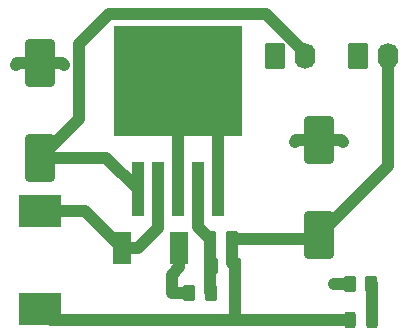
<source format=gbr>
%TF.GenerationSoftware,KiCad,Pcbnew,(6.0.0-rc2-14-ga17a58203b)*%
%TF.CreationDate,2022-06-07T22:02:49+08:00*%
%TF.ProjectId,StepDown_DCDC,53746570-446f-4776-9e5f-444344432e6b,rev?*%
%TF.SameCoordinates,Original*%
%TF.FileFunction,Copper,L1,Top*%
%TF.FilePolarity,Positive*%
%FSLAX46Y46*%
G04 Gerber Fmt 4.6, Leading zero omitted, Abs format (unit mm)*
G04 Created by KiCad (PCBNEW (6.0.0-rc2-14-ga17a58203b)) date 2022-06-07 22:02:49*
%MOMM*%
%LPD*%
G01*
G04 APERTURE LIST*
G04 Aperture macros list*
%AMRoundRect*
0 Rectangle with rounded corners*
0 $1 Rounding radius*
0 $2 $3 $4 $5 $6 $7 $8 $9 X,Y pos of 4 corners*
0 Add a 4 corners polygon primitive as box body*
4,1,4,$2,$3,$4,$5,$6,$7,$8,$9,$2,$3,0*
0 Add four circle primitives for the rounded corners*
1,1,$1+$1,$2,$3*
1,1,$1+$1,$4,$5*
1,1,$1+$1,$6,$7*
1,1,$1+$1,$8,$9*
0 Add four rect primitives between the rounded corners*
20,1,$1+$1,$2,$3,$4,$5,0*
20,1,$1+$1,$4,$5,$6,$7,0*
20,1,$1+$1,$6,$7,$8,$9,0*
20,1,$1+$1,$8,$9,$2,$3,0*%
G04 Aperture macros list end*
%TA.AperFunction,SMDPad,CuDef*%
%ADD10R,3.600000X2.700000*%
%TD*%
%TA.AperFunction,SMDPad,CuDef*%
%ADD11R,1.500000X2.700000*%
%TD*%
%TA.AperFunction,SMDPad,CuDef*%
%ADD12R,1.100000X4.600000*%
%TD*%
%TA.AperFunction,SMDPad,CuDef*%
%ADD13R,10.800000X9.400000*%
%TD*%
%TA.AperFunction,SMDPad,CuDef*%
%ADD14RoundRect,0.250000X0.262500X0.450000X-0.262500X0.450000X-0.262500X-0.450000X0.262500X-0.450000X0*%
%TD*%
%TA.AperFunction,ComponentPad*%
%ADD15RoundRect,0.250000X-0.620000X-0.845000X0.620000X-0.845000X0.620000X0.845000X-0.620000X0.845000X0*%
%TD*%
%TA.AperFunction,ComponentPad*%
%ADD16O,1.740000X2.190000*%
%TD*%
%TA.AperFunction,SMDPad,CuDef*%
%ADD17RoundRect,0.250000X1.000000X-1.750000X1.000000X1.750000X-1.000000X1.750000X-1.000000X-1.750000X0*%
%TD*%
%TA.AperFunction,SMDPad,CuDef*%
%ADD18RoundRect,0.250000X0.250000X0.475000X-0.250000X0.475000X-0.250000X-0.475000X0.250000X-0.475000X0*%
%TD*%
%TA.AperFunction,SMDPad,CuDef*%
%ADD19RoundRect,0.243750X-0.243750X-0.456250X0.243750X-0.456250X0.243750X0.456250X-0.243750X0.456250X0*%
%TD*%
%TA.AperFunction,ViaPad*%
%ADD20C,1.000000*%
%TD*%
%TA.AperFunction,Conductor*%
%ADD21C,1.000000*%
%TD*%
G04 APERTURE END LIST*
D10*
%TO.P,L1,1,1*%
%TO.N,Net-(D1-Pad1)*%
X64262000Y-82210000D03*
%TO.P,L1,2,2*%
%TO.N,+5V*%
X64262000Y-90510000D03*
%TD*%
D11*
%TO.P,D1,1,K*%
%TO.N,Net-(D1-Pad1)*%
X71260000Y-85344000D03*
%TO.P,D1,2,A*%
%TO.N,GND*%
X76060000Y-85344000D03*
%TD*%
D12*
%TO.P,U1,1,VIN*%
%TO.N,+12V*%
X72565000Y-80385000D03*
%TO.P,U1,2,OUT*%
%TO.N,Net-(D1-Pad1)*%
X74265000Y-80385000D03*
%TO.P,U1,3,GND*%
%TO.N,GND*%
X75965000Y-80385000D03*
D13*
X75965000Y-71235000D03*
D12*
%TO.P,U1,4,FB*%
%TO.N,Net-(C3-Pad2)*%
X77665000Y-80385000D03*
%TO.P,U1,5,~{ON}/OFF*%
%TO.N,GND*%
X79365000Y-80385000D03*
%TD*%
D14*
%TO.P,R1,1*%
%TO.N,Net-(C3-Pad2)*%
X78740000Y-89154000D03*
%TO.P,R1,2*%
%TO.N,GND*%
X76915000Y-89154000D03*
%TD*%
D15*
%TO.P,J1,1,Pin_1*%
%TO.N,GND*%
X84201000Y-69108000D03*
D16*
%TO.P,J1,2,Pin_2*%
%TO.N,+12V*%
X86741000Y-69108000D03*
%TD*%
D14*
%TO.P,R3,1*%
%TO.N,Net-(D2-Pad2)*%
X92352500Y-88392000D03*
%TO.P,R3,2*%
%TO.N,GND*%
X90527500Y-88392000D03*
%TD*%
D15*
%TO.P,J2,1,Pin_1*%
%TO.N,GND*%
X91186000Y-69108000D03*
D16*
%TO.P,J2,2,Pin_2*%
%TO.N,+5V*%
X93726000Y-69108000D03*
%TD*%
D17*
%TO.P,C2,1*%
%TO.N,+5V*%
X87884000Y-84264000D03*
%TO.P,C2,2*%
%TO.N,GND*%
X87884000Y-76264000D03*
%TD*%
D18*
%TO.P,C3,1*%
%TO.N,+5V*%
X80772000Y-86868000D03*
%TO.P,C3,2*%
%TO.N,Net-(C3-Pad2)*%
X78872000Y-86868000D03*
%TD*%
D19*
%TO.P,D2,1,K*%
%TO.N,+5V*%
X90502500Y-91440000D03*
%TO.P,D2,2,A*%
%TO.N,Net-(D2-Pad2)*%
X92377500Y-91440000D03*
%TD*%
D14*
%TO.P,R2,1*%
%TO.N,+5V*%
X80518000Y-84582000D03*
%TO.P,R2,2*%
%TO.N,Net-(C3-Pad2)*%
X78693000Y-84582000D03*
%TD*%
D17*
%TO.P,C1,1*%
%TO.N,+12V*%
X64262000Y-77724000D03*
%TO.P,C1,2*%
%TO.N,GND*%
X64262000Y-69724000D03*
%TD*%
D20*
%TO.N,GND*%
X75946000Y-75184000D03*
X75438000Y-87630000D03*
X89154000Y-88392000D03*
X89916000Y-76390000D03*
X71374000Y-75184000D03*
X75438000Y-89154000D03*
X71374000Y-67310000D03*
X62230000Y-69850000D03*
X85852000Y-76390000D03*
X75946000Y-67310000D03*
X75946000Y-71374000D03*
X80518000Y-67310000D03*
X80518000Y-75184000D03*
X66294000Y-69850000D03*
X71374000Y-71374000D03*
X80518000Y-71374000D03*
%TD*%
D21*
%TO.N,+12V*%
X69904000Y-77724000D02*
X72565000Y-80385000D01*
X67564000Y-74422000D02*
X64262000Y-77724000D01*
X83432824Y-65532000D02*
X70168978Y-65532000D01*
X70168978Y-65532000D02*
X67564000Y-68136978D01*
X67564000Y-68136978D02*
X67564000Y-74422000D01*
X86741000Y-68840176D02*
X83432824Y-65532000D01*
X64262000Y-77724000D02*
X69904000Y-77724000D01*
X86741000Y-69108000D02*
X86741000Y-68840176D01*
%TO.N,GND*%
X85978000Y-76264000D02*
X85852000Y-76390000D01*
X64262000Y-69724000D02*
X62356000Y-69724000D01*
X75965000Y-80385000D02*
X75965000Y-71235000D01*
X66168000Y-69724000D02*
X64262000Y-69724000D01*
X76060000Y-87008000D02*
X75438000Y-87630000D01*
X87884000Y-76264000D02*
X85978000Y-76264000D01*
X79365000Y-80385000D02*
X79365000Y-74635000D01*
X76915000Y-89154000D02*
X75438000Y-89154000D01*
X66294000Y-69850000D02*
X66168000Y-69724000D01*
X90527500Y-88392000D02*
X89154000Y-88392000D01*
X87884000Y-76264000D02*
X89790000Y-76264000D01*
X75438000Y-87630000D02*
X75438000Y-89154000D01*
X62356000Y-69724000D02*
X62230000Y-69850000D01*
X79365000Y-74635000D02*
X75965000Y-71235000D01*
X89790000Y-76264000D02*
X89916000Y-76390000D01*
X76060000Y-85344000D02*
X76060000Y-87008000D01*
%TO.N,+5V*%
X80518000Y-86614000D02*
X80772000Y-86868000D01*
X64262000Y-90510000D02*
X65192000Y-91440000D01*
X87566000Y-84582000D02*
X87884000Y-84264000D01*
X93726000Y-78422000D02*
X87884000Y-84264000D01*
X80518000Y-84582000D02*
X80518000Y-86614000D01*
X65192000Y-91440000D02*
X81026000Y-91440000D01*
X80772000Y-91186000D02*
X81026000Y-91440000D01*
X80772000Y-86868000D02*
X80772000Y-91186000D01*
X80518000Y-84582000D02*
X87566000Y-84582000D01*
X93726000Y-69108000D02*
X93726000Y-78422000D01*
X81026000Y-91440000D02*
X90502500Y-91440000D01*
%TO.N,Net-(C3-Pad2)*%
X77665000Y-83554000D02*
X78693000Y-84582000D01*
X78693000Y-89107000D02*
X78740000Y-89154000D01*
X78693000Y-84582000D02*
X78693000Y-89107000D01*
X77665000Y-80385000D02*
X77665000Y-83554000D01*
%TO.N,Net-(D1-Pad1)*%
X74265000Y-83685000D02*
X72606000Y-85344000D01*
X64262000Y-82210000D02*
X68126000Y-82210000D01*
X74265000Y-80385000D02*
X74265000Y-83685000D01*
X72606000Y-85344000D02*
X71260000Y-85344000D01*
X68126000Y-82210000D02*
X71260000Y-85344000D01*
%TO.N,Net-(D2-Pad2)*%
X92377500Y-91440000D02*
X92377500Y-88417000D01*
X92377500Y-88417000D02*
X92352500Y-88392000D01*
%TD*%
M02*

</source>
